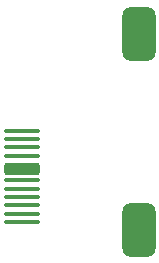
<source format=gbr>
%TF.GenerationSoftware,KiCad,Pcbnew,7.0.7*%
%TF.CreationDate,2023-10-10T16:57:59+13:00*%
%TF.ProjectId,openRiverSense,6f70656e-5269-4766-9572-53656e73652e,rev?*%
%TF.SameCoordinates,Original*%
%TF.FileFunction,Paste,Bot*%
%TF.FilePolarity,Positive*%
%FSLAX46Y46*%
G04 Gerber Fmt 4.6, Leading zero omitted, Abs format (unit mm)*
G04 Created by KiCad (PCBNEW 7.0.7) date 2023-10-10 16:57:59*
%MOMM*%
%LPD*%
G01*
G04 APERTURE LIST*
G04 Aperture macros list*
%AMRoundRect*
0 Rectangle with rounded corners*
0 $1 Rounding radius*
0 $2 $3 $4 $5 $6 $7 $8 $9 X,Y pos of 4 corners*
0 Add a 4 corners polygon primitive as box body*
4,1,4,$2,$3,$4,$5,$6,$7,$8,$9,$2,$3,0*
0 Add four circle primitives for the rounded corners*
1,1,$1+$1,$2,$3*
1,1,$1+$1,$4,$5*
1,1,$1+$1,$6,$7*
1,1,$1+$1,$8,$9*
0 Add four rect primitives between the rounded corners*
20,1,$1+$1,$2,$3,$4,$5,0*
20,1,$1+$1,$4,$5,$6,$7,0*
20,1,$1+$1,$6,$7,$8,$9,0*
20,1,$1+$1,$8,$9,$2,$3,0*%
G04 Aperture macros list end*
%ADD10RoundRect,0.700000X0.700000X-1.600000X0.700000X1.600000X-0.700000X1.600000X-0.700000X-1.600000X0*%
%ADD11RoundRect,0.087500X1.412500X0.087500X-1.412500X0.087500X-1.412500X-0.087500X1.412500X-0.087500X0*%
%ADD12RoundRect,0.262500X1.237500X0.262500X-1.237500X0.262500X-1.237500X-0.262500X1.237500X-0.262500X0*%
G04 APERTURE END LIST*
D10*
%TO.C,B1*%
X52359600Y-6856825D03*
X52359600Y-23456775D03*
%TD*%
D11*
%TO.C,TFT1*%
X42453078Y-22800000D03*
D12*
X42453078Y-18300000D03*
D11*
X42453078Y-15100000D03*
X42453078Y-15800000D03*
X42453078Y-16500000D03*
X42453078Y-17200000D03*
X42453078Y-19300000D03*
X42453078Y-20000000D03*
X42453078Y-20700000D03*
X42453078Y-21400000D03*
X42453078Y-22100000D03*
%TD*%
M02*

</source>
